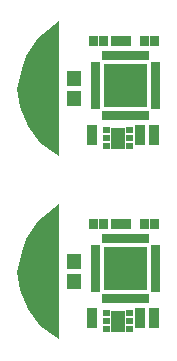
<source format=gts>
G04 Layer: TopSolderMaskLayer*
G04 EasyEDA v6.3.53, 2020-06-11T09:01:32+08:00*
G04 0ec445aeefb94f869c071092b8584159,2a3559ba94084103b258dd4c46581d95,10*
G04 Gerber Generator version 0.2*
G04 Scale: 100 percent, Rotated: No, Reflected: No *
G04 Dimensions in inches *
G04 leading zeros omitted , absolute positions ,2 integer and 4 decimal *
%FSLAX24Y24*%
%MOIN*%
G90*
G70D02*

%ADD28C,0.088000*%

%LPD*%
G54D28*
G01X788Y9300D02*
G01X788Y8100D01*
G01X788Y3200D02*
G01X788Y2000D01*
G36*
G01X2869Y8080D02*
G01X2869Y9519D01*
G01X4307Y9519D01*
G01X4307Y8080D01*
G01X2869Y8080D01*
G37*
G36*
G01X2800Y9642D02*
G01X2800Y9957D01*
G01X2998Y9957D01*
G01X2998Y9642D01*
G01X2800Y9642D01*
G37*
G36*
G01X2997Y9642D02*
G01X2997Y9957D01*
G01X3195Y9957D01*
G01X3195Y9642D01*
G01X2997Y9642D01*
G37*
G36*
G01X3194Y9642D02*
G01X3194Y9957D01*
G01X3392Y9957D01*
G01X3392Y9642D01*
G01X3194Y9642D01*
G37*
G36*
G01X3390Y9642D02*
G01X3390Y9957D01*
G01X3589Y9957D01*
G01X3589Y9642D01*
G01X3390Y9642D01*
G37*
G36*
G01X3587Y9642D02*
G01X3587Y9957D01*
G01X3786Y9957D01*
G01X3786Y9642D01*
G01X3587Y9642D01*
G37*
G36*
G01X3784Y9642D02*
G01X3784Y9957D01*
G01X3982Y9957D01*
G01X3982Y9642D01*
G01X3784Y9642D01*
G37*
G36*
G01X3981Y9642D02*
G01X3981Y9957D01*
G01X4179Y9957D01*
G01X4179Y9642D01*
G01X3981Y9642D01*
G37*
G36*
G01X4178Y9642D02*
G01X4178Y9957D01*
G01X4376Y9957D01*
G01X4376Y9642D01*
G01X4178Y9642D01*
G37*
G36*
G01X4430Y9390D02*
G01X4430Y9588D01*
G01X4746Y9588D01*
G01X4746Y9390D01*
G01X4430Y9390D01*
G37*
G36*
G01X4430Y9192D02*
G01X4430Y9390D01*
G01X4746Y9390D01*
G01X4746Y9192D01*
G01X4430Y9192D01*
G37*
G36*
G01X4430Y8996D02*
G01X4430Y9194D01*
G01X4746Y9194D01*
G01X4746Y8996D01*
G01X4430Y8996D01*
G37*
G36*
G01X4430Y8798D02*
G01X4430Y8998D01*
G01X4746Y8998D01*
G01X4746Y8798D01*
G01X4430Y8798D01*
G37*
G36*
G01X4430Y8601D02*
G01X4430Y8801D01*
G01X4746Y8801D01*
G01X4746Y8601D01*
G01X4430Y8601D01*
G37*
G36*
G01X4430Y8405D02*
G01X4430Y8603D01*
G01X4746Y8603D01*
G01X4746Y8405D01*
G01X4430Y8405D01*
G37*
G36*
G01X4430Y8209D02*
G01X4430Y8407D01*
G01X4746Y8407D01*
G01X4746Y8209D01*
G01X4430Y8209D01*
G37*
G36*
G01X4430Y8011D02*
G01X4430Y8209D01*
G01X4746Y8209D01*
G01X4746Y8011D01*
G01X4430Y8011D01*
G37*
G36*
G01X4178Y7642D02*
G01X4178Y7957D01*
G01X4376Y7957D01*
G01X4376Y7642D01*
G01X4178Y7642D01*
G37*
G36*
G01X3981Y7642D02*
G01X3981Y7957D01*
G01X4179Y7957D01*
G01X4179Y7642D01*
G01X3981Y7642D01*
G37*
G36*
G01X3784Y7642D02*
G01X3784Y7957D01*
G01X3982Y7957D01*
G01X3982Y7642D01*
G01X3784Y7642D01*
G37*
G36*
G01X3587Y7642D02*
G01X3587Y7957D01*
G01X3785Y7957D01*
G01X3785Y7642D01*
G01X3587Y7642D01*
G37*
G36*
G01X3390Y7642D02*
G01X3390Y7957D01*
G01X3589Y7957D01*
G01X3589Y7642D01*
G01X3390Y7642D01*
G37*
G36*
G01X3194Y7642D02*
G01X3194Y7957D01*
G01X3392Y7957D01*
G01X3392Y7642D01*
G01X3194Y7642D01*
G37*
G36*
G01X2997Y7642D02*
G01X2997Y7957D01*
G01X3195Y7957D01*
G01X3195Y7642D01*
G01X2997Y7642D01*
G37*
G36*
G01X2800Y7642D02*
G01X2800Y7957D01*
G01X2998Y7957D01*
G01X2998Y7642D01*
G01X2800Y7642D01*
G37*
G36*
G01X2430Y8011D02*
G01X2430Y8209D01*
G01X2746Y8209D01*
G01X2746Y8011D01*
G01X2430Y8011D01*
G37*
G36*
G01X2430Y8209D02*
G01X2430Y8407D01*
G01X2746Y8407D01*
G01X2746Y8209D01*
G01X2430Y8209D01*
G37*
G36*
G01X2430Y8405D02*
G01X2430Y8603D01*
G01X2746Y8603D01*
G01X2746Y8405D01*
G01X2430Y8405D01*
G37*
G36*
G01X2430Y8603D02*
G01X2430Y8801D01*
G01X2746Y8801D01*
G01X2746Y8603D01*
G01X2430Y8603D01*
G37*
G36*
G01X2430Y8798D02*
G01X2430Y8998D01*
G01X2746Y8998D01*
G01X2746Y8798D01*
G01X2430Y8798D01*
G37*
G36*
G01X2430Y8996D02*
G01X2430Y9194D01*
G01X2746Y9194D01*
G01X2746Y8996D01*
G01X2430Y8996D01*
G37*
G36*
G01X2430Y9192D02*
G01X2430Y9390D01*
G01X2746Y9390D01*
G01X2746Y9192D01*
G01X2430Y9192D01*
G37*
G36*
G01X2430Y9390D02*
G01X2430Y9588D01*
G01X2746Y9588D01*
G01X2746Y9390D01*
G01X2430Y9390D01*
G37*
G36*
G01X3101Y6694D02*
G01X3101Y7405D01*
G01X3575Y7405D01*
G01X3575Y6694D01*
G01X3101Y6694D01*
G37*
G36*
G01X3593Y7211D02*
G01X3593Y7409D01*
G01X3850Y7409D01*
G01X3850Y7211D01*
G01X3593Y7211D01*
G37*
G36*
G01X3593Y6951D02*
G01X3593Y7148D01*
G01X3850Y7148D01*
G01X3850Y6951D01*
G01X3593Y6951D01*
G37*
G36*
G01X3593Y6690D02*
G01X3593Y6888D01*
G01X3850Y6888D01*
G01X3850Y6690D01*
G01X3593Y6690D01*
G37*
G36*
G01X2826Y6690D02*
G01X2826Y6888D01*
G01X3083Y6888D01*
G01X3083Y6690D01*
G01X2826Y6690D01*
G37*
G36*
G01X2826Y6951D02*
G01X2826Y7148D01*
G01X3083Y7148D01*
G01X3083Y6951D01*
G01X2826Y6951D01*
G37*
G36*
G01X2826Y7211D02*
G01X2826Y7409D01*
G01X3083Y7409D01*
G01X3083Y7211D01*
G01X2826Y7211D01*
G37*
G36*
G01X3920Y6825D02*
G01X3920Y7140D01*
G01X4256Y7140D01*
G01X4256Y6825D01*
G01X3920Y6825D01*
G37*
G36*
G01X3920Y7159D02*
G01X3920Y7475D01*
G01X4256Y7475D01*
G01X4256Y7159D01*
G01X3920Y7159D01*
G37*
G36*
G01X2320Y6825D02*
G01X2320Y7140D01*
G01X2656Y7140D01*
G01X2656Y6825D01*
G01X2320Y6825D01*
G37*
G36*
G01X2320Y7159D02*
G01X2320Y7475D01*
G01X2656Y7475D01*
G01X2656Y7159D01*
G01X2320Y7159D01*
G37*
G36*
G01X3113Y10132D02*
G01X3113Y10467D01*
G01X3429Y10467D01*
G01X3429Y10132D01*
G01X3113Y10132D01*
G37*
G36*
G01X3447Y10132D02*
G01X3447Y10467D01*
G01X3763Y10467D01*
G01X3763Y10132D01*
G01X3447Y10132D01*
G37*
G36*
G01X2363Y10132D02*
G01X2363Y10467D01*
G01X2679Y10467D01*
G01X2679Y10132D01*
G01X2363Y10132D01*
G37*
G36*
G01X2697Y10132D02*
G01X2697Y10467D01*
G01X3013Y10467D01*
G01X3013Y10132D01*
G01X2697Y10132D01*
G37*
G36*
G01X4370Y6825D02*
G01X4370Y7140D01*
G01X4706Y7140D01*
G01X4706Y6825D01*
G01X4370Y6825D01*
G37*
G36*
G01X4370Y7159D02*
G01X4370Y7475D01*
G01X4706Y7475D01*
G01X4706Y7159D01*
G01X4370Y7159D01*
G37*
G36*
G01X4397Y10132D02*
G01X4397Y10467D01*
G01X4713Y10467D01*
G01X4713Y10132D01*
G01X4397Y10132D01*
G37*
G36*
G01X4063Y10132D02*
G01X4063Y10467D01*
G01X4379Y10467D01*
G01X4379Y10132D01*
G01X4063Y10132D01*
G37*
G36*
G01X1653Y8780D02*
G01X1653Y9290D01*
G01X2123Y9290D01*
G01X2123Y8780D01*
G01X1653Y8780D01*
G37*
G36*
G01X1653Y8109D02*
G01X1653Y8619D01*
G01X2123Y8619D01*
G01X2123Y8109D01*
G01X1653Y8109D01*
G37*
G36*
G01X1653Y2680D02*
G01X1653Y3190D01*
G01X2123Y3190D01*
G01X2123Y2680D01*
G01X1653Y2680D01*
G37*
G36*
G01X1653Y2009D02*
G01X1653Y2519D01*
G01X2123Y2519D01*
G01X2123Y2009D01*
G01X1653Y2009D01*
G37*
G36*
G01X4397Y4032D02*
G01X4397Y4367D01*
G01X4713Y4367D01*
G01X4713Y4032D01*
G01X4397Y4032D01*
G37*
G36*
G01X4063Y4032D02*
G01X4063Y4367D01*
G01X4379Y4367D01*
G01X4379Y4032D01*
G01X4063Y4032D01*
G37*
G36*
G01X4370Y725D02*
G01X4370Y1040D01*
G01X4706Y1040D01*
G01X4706Y725D01*
G01X4370Y725D01*
G37*
G36*
G01X4370Y1059D02*
G01X4370Y1375D01*
G01X4706Y1375D01*
G01X4706Y1059D01*
G01X4370Y1059D01*
G37*
G36*
G01X2363Y4032D02*
G01X2363Y4367D01*
G01X2679Y4367D01*
G01X2679Y4032D01*
G01X2363Y4032D01*
G37*
G36*
G01X2697Y4032D02*
G01X2697Y4367D01*
G01X3013Y4367D01*
G01X3013Y4032D01*
G01X2697Y4032D01*
G37*
G36*
G01X3113Y4032D02*
G01X3113Y4367D01*
G01X3429Y4367D01*
G01X3429Y4032D01*
G01X3113Y4032D01*
G37*
G36*
G01X3447Y4032D02*
G01X3447Y4367D01*
G01X3763Y4367D01*
G01X3763Y4032D01*
G01X3447Y4032D01*
G37*
G36*
G01X2320Y725D02*
G01X2320Y1040D01*
G01X2656Y1040D01*
G01X2656Y725D01*
G01X2320Y725D01*
G37*
G36*
G01X2320Y1059D02*
G01X2320Y1375D01*
G01X2656Y1375D01*
G01X2656Y1059D01*
G01X2320Y1059D01*
G37*
G36*
G01X3920Y725D02*
G01X3920Y1040D01*
G01X4256Y1040D01*
G01X4256Y725D01*
G01X3920Y725D01*
G37*
G36*
G01X3920Y1059D02*
G01X3920Y1375D01*
G01X4256Y1375D01*
G01X4256Y1059D01*
G01X3920Y1059D01*
G37*
G36*
G01X3101Y594D02*
G01X3101Y1305D01*
G01X3575Y1305D01*
G01X3575Y594D01*
G01X3101Y594D01*
G37*
G36*
G01X3593Y1111D02*
G01X3593Y1309D01*
G01X3850Y1309D01*
G01X3850Y1111D01*
G01X3593Y1111D01*
G37*
G36*
G01X3593Y851D02*
G01X3593Y1048D01*
G01X3850Y1048D01*
G01X3850Y851D01*
G01X3593Y851D01*
G37*
G36*
G01X3593Y590D02*
G01X3593Y788D01*
G01X3850Y788D01*
G01X3850Y590D01*
G01X3593Y590D01*
G37*
G36*
G01X2826Y590D02*
G01X2826Y788D01*
G01X3083Y788D01*
G01X3083Y590D01*
G01X2826Y590D01*
G37*
G36*
G01X2826Y851D02*
G01X2826Y1048D01*
G01X3083Y1048D01*
G01X3083Y851D01*
G01X2826Y851D01*
G37*
G36*
G01X2826Y1111D02*
G01X2826Y1309D01*
G01X3083Y1309D01*
G01X3083Y1111D01*
G01X2826Y1111D01*
G37*
G36*
G01X2869Y1980D02*
G01X2869Y3419D01*
G01X4307Y3419D01*
G01X4307Y1980D01*
G01X2869Y1980D01*
G37*
G36*
G01X2800Y3542D02*
G01X2800Y3857D01*
G01X2998Y3857D01*
G01X2998Y3542D01*
G01X2800Y3542D01*
G37*
G36*
G01X2997Y3542D02*
G01X2997Y3857D01*
G01X3195Y3857D01*
G01X3195Y3542D01*
G01X2997Y3542D01*
G37*
G36*
G01X3194Y3542D02*
G01X3194Y3857D01*
G01X3392Y3857D01*
G01X3392Y3542D01*
G01X3194Y3542D01*
G37*
G36*
G01X3390Y3542D02*
G01X3390Y3857D01*
G01X3589Y3857D01*
G01X3589Y3542D01*
G01X3390Y3542D01*
G37*
G36*
G01X3587Y3542D02*
G01X3587Y3857D01*
G01X3786Y3857D01*
G01X3786Y3542D01*
G01X3587Y3542D01*
G37*
G36*
G01X3784Y3542D02*
G01X3784Y3857D01*
G01X3982Y3857D01*
G01X3982Y3542D01*
G01X3784Y3542D01*
G37*
G36*
G01X3981Y3542D02*
G01X3981Y3857D01*
G01X4179Y3857D01*
G01X4179Y3542D01*
G01X3981Y3542D01*
G37*
G36*
G01X4178Y3542D02*
G01X4178Y3857D01*
G01X4376Y3857D01*
G01X4376Y3542D01*
G01X4178Y3542D01*
G37*
G36*
G01X4430Y3290D02*
G01X4430Y3488D01*
G01X4746Y3488D01*
G01X4746Y3290D01*
G01X4430Y3290D01*
G37*
G36*
G01X4430Y3092D02*
G01X4430Y3290D01*
G01X4746Y3290D01*
G01X4746Y3092D01*
G01X4430Y3092D01*
G37*
G36*
G01X4430Y2896D02*
G01X4430Y3094D01*
G01X4746Y3094D01*
G01X4746Y2896D01*
G01X4430Y2896D01*
G37*
G36*
G01X4430Y2698D02*
G01X4430Y2898D01*
G01X4746Y2898D01*
G01X4746Y2698D01*
G01X4430Y2698D01*
G37*
G36*
G01X4430Y2501D02*
G01X4430Y2701D01*
G01X4746Y2701D01*
G01X4746Y2501D01*
G01X4430Y2501D01*
G37*
G36*
G01X4430Y2305D02*
G01X4430Y2503D01*
G01X4746Y2503D01*
G01X4746Y2305D01*
G01X4430Y2305D01*
G37*
G36*
G01X4430Y2109D02*
G01X4430Y2307D01*
G01X4746Y2307D01*
G01X4746Y2109D01*
G01X4430Y2109D01*
G37*
G36*
G01X4430Y1911D02*
G01X4430Y2109D01*
G01X4746Y2109D01*
G01X4746Y1911D01*
G01X4430Y1911D01*
G37*
G36*
G01X4178Y1542D02*
G01X4178Y1857D01*
G01X4376Y1857D01*
G01X4376Y1542D01*
G01X4178Y1542D01*
G37*
G36*
G01X3981Y1542D02*
G01X3981Y1857D01*
G01X4179Y1857D01*
G01X4179Y1542D01*
G01X3981Y1542D01*
G37*
G36*
G01X3784Y1542D02*
G01X3784Y1857D01*
G01X3982Y1857D01*
G01X3982Y1542D01*
G01X3784Y1542D01*
G37*
G36*
G01X3587Y1542D02*
G01X3587Y1857D01*
G01X3785Y1857D01*
G01X3785Y1542D01*
G01X3587Y1542D01*
G37*
G36*
G01X3390Y1542D02*
G01X3390Y1857D01*
G01X3589Y1857D01*
G01X3589Y1542D01*
G01X3390Y1542D01*
G37*
G36*
G01X3194Y1542D02*
G01X3194Y1857D01*
G01X3392Y1857D01*
G01X3392Y1542D01*
G01X3194Y1542D01*
G37*
G36*
G01X2997Y1542D02*
G01X2997Y1857D01*
G01X3195Y1857D01*
G01X3195Y1542D01*
G01X2997Y1542D01*
G37*
G36*
G01X2800Y1542D02*
G01X2800Y1857D01*
G01X2998Y1857D01*
G01X2998Y1542D01*
G01X2800Y1542D01*
G37*
G36*
G01X2430Y1911D02*
G01X2430Y2109D01*
G01X2746Y2109D01*
G01X2746Y1911D01*
G01X2430Y1911D01*
G37*
G36*
G01X2430Y2109D02*
G01X2430Y2307D01*
G01X2746Y2307D01*
G01X2746Y2109D01*
G01X2430Y2109D01*
G37*
G36*
G01X2430Y2305D02*
G01X2430Y2503D01*
G01X2746Y2503D01*
G01X2746Y2305D01*
G01X2430Y2305D01*
G37*
G36*
G01X2430Y2503D02*
G01X2430Y2701D01*
G01X2746Y2701D01*
G01X2746Y2503D01*
G01X2430Y2503D01*
G37*
G36*
G01X2430Y2698D02*
G01X2430Y2898D01*
G01X2746Y2898D01*
G01X2746Y2698D01*
G01X2430Y2698D01*
G37*
G36*
G01X2430Y2896D02*
G01X2430Y3094D01*
G01X2746Y3094D01*
G01X2746Y2896D01*
G01X2430Y2896D01*
G37*
G36*
G01X2430Y3092D02*
G01X2430Y3290D01*
G01X2746Y3290D01*
G01X2746Y3092D01*
G01X2430Y3092D01*
G37*
G36*
G01X2430Y3290D02*
G01X2430Y3488D01*
G01X2746Y3488D01*
G01X2746Y3290D01*
G01X2430Y3290D01*
G37*

%LPD*%
G36*
G01X1388Y6450D02*
G01X1388Y10950D01*
G01X688Y10400D01*
G01X288Y9800D01*
G01X138Y9350D01*
G01X-11Y8700D01*
G01X88Y8100D01*
G01X338Y7450D01*
G01X738Y6900D01*
G01X1388Y6450D01*
G37*

%LPD*%
G36*
G01X1388Y350D02*
G01X1388Y4850D01*
G01X688Y4300D01*
G01X288Y3700D01*
G01X138Y3250D01*
G01X-11Y2600D01*
G01X88Y2000D01*
G01X338Y1350D01*
G01X738Y800D01*
G01X1388Y350D01*
G37*
M00*
M02*

</source>
